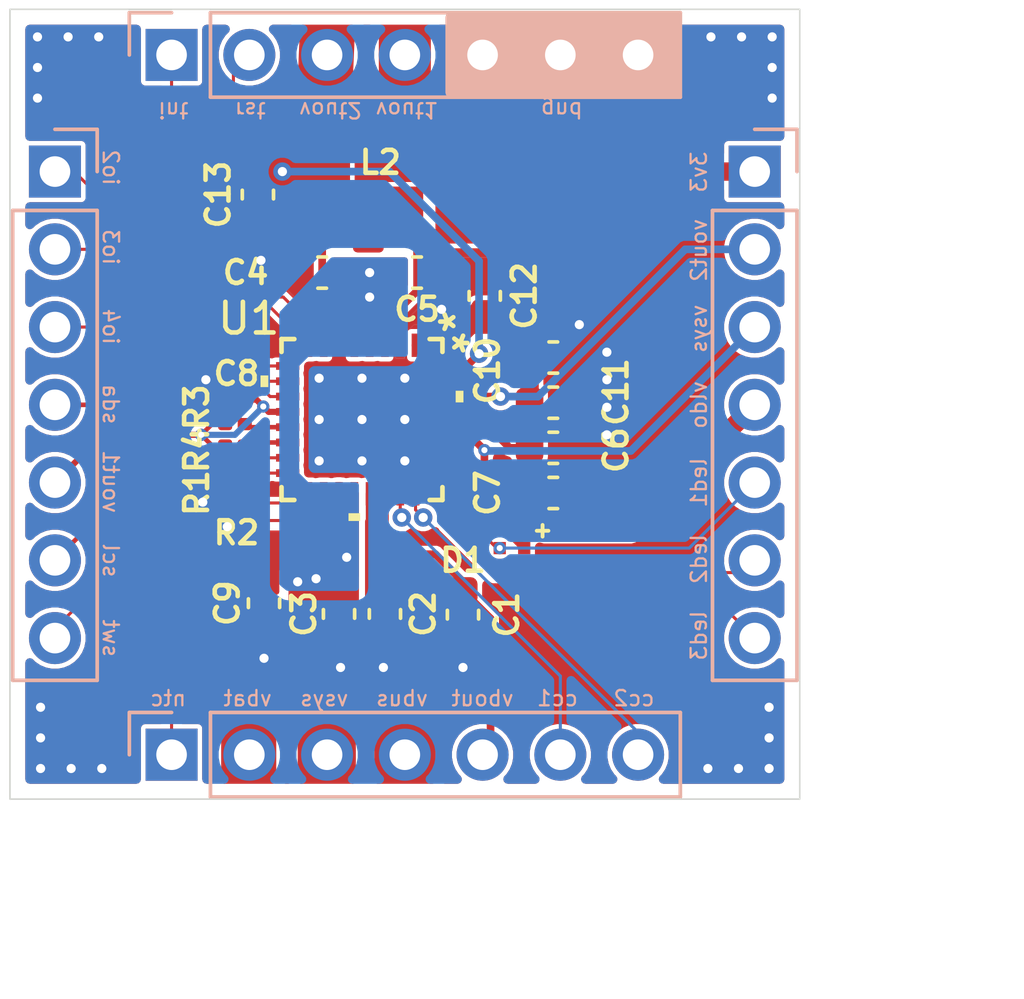
<source format=kicad_pcb>
(kicad_pcb (version 20241229) (generator "pcbnew") (generator_version "9.0")
  (layers (0 "F.Cu" signal) (2 "B.Cu" signal) (13 "F.Paste" user) (15 "B.Paste" user) (5 "F.SilkS" user "F.Silkscreen") (7 "B.SilkS" user "B.Silkscreen") (1 "F.Mask" user) (3 "B.Mask" user) (25 "Edge.Cuts" user))
  (net 0 "")
  (net 1 "GND")
  (net 2 "/VBUSOUT")
  (net 3 "/VSYS")
  (net 4 "/VOUT1")
  (net 5 "/VOUT2")
  (net 6 "/rst")
  (net 7 "/SWT")
  (net 8 "VBUS")
  (net 9 "/VLDO")
  (net 10 "/VBAT")
  (net 11 "/int")
  (net 12 "/NTC")
  (net 13 "/V2OUT_3V3")
  (net 14 "/GPIO2")
  (net 15 "/GPIO3")
  (net 16 "/GPIO4")
  (net 17 "/SDA")
  (net 18 "/SCL")
  (net 19 "/cc1")
  (net 20 "/cc2")
  (net 21 "/led3")
  (net 22 "/led2")
  (net 23 "/led1")
  (net 24 "/SW1")
  (net 25 "/SW2")
  (net 26 "Net-(U1-VSET2)")
  (net 27 "Net-(U1-VSET1)")
  (footprint "Capacitor_SMD:C_0201_0603Metric" (layer "F.Cu") (at 54.2 50.55 180)
    (property "Reference" "C8" (at 0 0.85 180) (layer "F.SilkS") (effects (font (size 0.75 0.75))))
    (property "Value" "100nF" (hide yes))
    (pad "1" smd roundrect (at -0.32 0 180) (size 0.46 0.4) (layers "F.Cu" "F.Mask") (net 4 "/VOUT1"))
    (pad "2" smd roundrect (at 0.32 0 180) (size 0.46 0.4) (layers "F.Cu" "F.Mask") (net 1 "GND"))
  )
  (footprint "Capacitor_SMD:C_0603_1608Metric" (layer "F.Cu") (at 60.1 46.4)
    (property "Reference" "C5" (at 0 1.2 180) (layer "F.SilkS") (effects (font (size 0.75 0.75))))
    (property "Value" "10uF" (hide yes))
    (fp_line (start -0.14058 -0.51) (end 0.14058 -0.51) (stroke (width 0.12)) (layer "F.SilkS"))
    (fp_line (start -0.14058 0.51) (end 0.14058 0.51) (stroke (width 0.12)) (layer "F.SilkS"))
    (pad "1" smd roundrect (at -0.775 0) (size 0.9 0.95) (layers "F.Cu" "F.Mask" "F.Paste") (net 3 "/VSYS"))
    (pad "2" smd roundrect (at 0.775 0) (size 0.9 0.95) (layers "F.Cu" "F.Mask" "F.Paste") (net 1 "GND"))
  )
  (footprint "Capacitor_SMD:C_0603_1608Metric" (layer "F.Cu") (at 64.55 52.125)
    (property "Reference" "C6" (at 2.05 0.075 90) (layer "F.SilkS") (effects (font (size 0.75 0.75))))
    (property "Value" "10uF" (hide yes))
    (fp_line (start -0.14058 -0.51) (end 0.14058 -0.51) (stroke (width 0.12)) (layer "F.SilkS"))
    (fp_line (start -0.14058 0.51) (end 0.14058 0.51) (stroke (width 0.12)) (layer "F.SilkS"))
    (pad "1" smd roundrect (at -0.775 0) (size 0.9 0.95) (layers "F.Cu" "F.Mask" "F.Paste") (net 9 "/VLDO"))
    (pad "2" smd roundrect (at 0.775 0) (size 0.9 0.95) (layers "F.Cu" "F.Mask" "F.Paste") (net 1 "GND"))
  )
  (footprint "npm1300:QFN32_5X5_NOR" (layer "F.Cu") (at 58.3 51.2 -90)
    (property "Reference" "U1" (at -3.3 3.7 0) (layer "F.SilkS"))
    (property "Value" "NPM1300-QEAA-R7" (hide yes))
    (fp_line (start -2.6289 2.6289) (end -2.209739 2.6289) (stroke (width 0.1524)) (layer "F.SilkS"))
    (fp_line (start 2.209739 2.6289) (end 2.6289 2.6289) (stroke (width 0.1524)) (layer "F.SilkS"))
    (fp_line (start 2.6289 2.6289) (end 2.6289 2.209739) (stroke (width 0.1524)) (layer "F.SilkS"))
    (fp_line (start -2.6289 2.209739) (end -2.6289 2.6289) (stroke (width 0.1524)) (layer "F.SilkS"))
    (fp_line (start 2.6289 -2.209739) (end 2.6289 -2.6289) (stroke (width 0.1524)) (layer "F.SilkS"))
    (fp_line (start -2.6289 -2.6289) (end -2.6289 -2.209739) (stroke (width 0.1524)) (layer "F.SilkS"))
    (fp_line (start -2.209739 -2.6289) (end -2.6289 -2.6289) (stroke (width 0.1524)) (layer "F.SilkS"))
    (fp_line (start 2.6289 -2.6289) (end 2.209739 -2.6289) (stroke (width 0.1524)) (layer "F.SilkS"))
    (fp_poly (pts (xy -1.4405 3.0607) (xy -1.4405 3.3147) (xy -1.0595 3.3147) (xy -1.0595 3.0607)) (fill yes) (layer "F.SilkS"))
    (fp_poly (pts (xy 3.3147 0.059499) (xy 3.3147 0.4405) (xy 3.0607 0.4405) (xy 3.0607 0.059499)) (fill yes) (layer "F.SilkS"))
    (fp_poly (pts (xy -0.940501 -3.0607) (xy -0.940501 -3.3147) (xy -0.559501 -3.3147) (xy -0.559501 -3.0607)) (fill yes) (layer "F.SilkS"))
    (fp_text user "*" (at -3.2 -3.1 90) (layer "F.SilkS"))
    (fp_text user "*" (at -2.5 -2.9 270) (layer "F.SilkS"))
    (pad "1" smd rect (at -2.4257 -1.749999) (size 0.254 0.762) (layers "F.Cu" "F.Mask" "F.Paste") (net 4 "/VOUT1"))
    (pad "2" smd rect (at -2.4257 -1.25) (size 0.254 0.762) (layers "F.Cu" "F.Mask" "F.Paste") (net 1 "GND"))
    (pad "3" smd rect (at -2.4257 -0.750001) (size 0.254 0.762) (layers "F.Cu" "F.Mask" "F.Paste") (net 24 "/SW1"))
    (pad "4" smd rect (at -2.4257 -0.25) (size 0.254 0.762) (layers "F.Cu" "F.Mask" "F.Paste") (net 3 "/VSYS"))
    (pad "5" smd rect (at -2.4257 0.25) (size 0.254 0.762) (layers "F.Cu" "F.Mask" "F.Paste") (net 25 "/SW2"))
    (pad "6" smd rect (at -2.4257 0.750001) (size 0.254 0.762) (layers "F.Cu" "F.Mask" "F.Paste") (net 1 "GND"))
    (pad "7" smd rect (at -2.4257 1.25) (size 0.254 0.762) (layers "F.Cu" "F.Mask" "F.Paste") (net 6 "/rst"))
    (pad "8" smd rect (at -2.4257 1.749999) (size 0.254 0.762) (layers "F.Cu" "F.Mask" "F.Paste") (net 11 "/int"))
    (pad "9" smd rect (at -1.749999 2.4257 270) (size 0.254 0.762) (layers "F.Cu" "F.Mask" "F.Paste") (net 14 "/GPIO2"))
    (pad "10" smd rect (at -1.25 2.4257 270) (size 0.254 0.762) (layers "F.Cu" "F.Mask" "F.Paste") (net 15 "/GPIO3"))
    (pad "11" smd rect (at -0.750001 2.4257 270) (size 0.254 0.762) (layers "F.Cu" "F.Mask" "F.Paste") (net 16 "/GPIO4"))
    (pad "12" smd rect (at -0.25 2.4257 270) (size 0.254 0.762) (layers "F.Cu" "F.Mask" "F.Paste") (net 4 "/VOUT1"))
    (pad "13" smd rect (at 0.25 2.4257 270) (size 0.254 0.762) (layers "F.Cu" "F.Mask" "F.Paste") (net 17 "/SDA"))
    (pad "14" smd rect (at 0.750001 2.4257 270) (size 0.254 0.762) (layers "F.Cu" "F.Mask" "F.Paste") (net 18 "/SCL"))
    (pad "15" smd rect (at 1.25 2.4257 270) (size 0.254 0.762) (layers "F.Cu" "F.Mask" "F.Paste") (net 7 "/SWT"))
    (pad "16" smd rect (at 1.749999 2.4257 270) (size 0.254 0.762) (layers "F.Cu" "F.Mask" "F.Paste") (net 26 "Net-(U1-VSET2)"))
    (pad "17" smd rect (at 2.4257 1.749999) (size 0.254 0.762) (layers "F.Cu" "F.Mask" "F.Paste") (net 27 "Net-(U1-VSET1)"))
    (pad "18" smd rect (at 2.4257 1.25) (size 0.254 0.762) (layers "F.Cu" "F.Mask" "F.Paste") (net 12 "/NTC"))
    (pad "19" smd rect (at 2.4257 0.750001) (size 0.254 0.762) (layers "F.Cu" "F.Mask" "F.Paste") (net 10 "/VBAT"))
    (pad "20" smd rect (at 2.4257 0.25) (size 0.254 0.762) (layers "F.Cu" "F.Mask" "F.Paste") (net 3 "/VSYS"))
    (pad "21" smd rect (at 2.4257 -0.25) (size 0.254 0.762) (layers "F.Cu" "F.Mask" "F.Paste") (net 8 "VBUS"))
    (pad "22" smd rect (at 2.4257 -0.750001) (size 0.254 0.762) (layers "F.Cu" "F.Mask" "F.Paste") (net 2 "/VBUSOUT"))
    (pad "23" smd rect (at 2.4257 -1.25) (size 0.254 0.762) (layers "F.Cu" "F.Mask" "F.Paste") (net 19 "/cc1"))
    (pad "24" smd rect (at 2.4257 -1.749999) (size 0.254 0.762) (layers "F.Cu" "F.Mask" "F.Paste") (net 20 "/cc2"))
    (pad "25" smd rect (at 1.749999 -2.4257 270) (size 0.254 0.762) (layers "F.Cu" "F.Mask" "F.Paste") (net 21 "/led3"))
    (pad "26" smd rect (at 1.25 -2.4257 270) (size 0.254 0.762) (layers "F.Cu" "F.Mask" "F.Paste") (net 22 "/led2"))
    (pad "27" smd rect (at 0.750001 -2.4257 270) (size 0.254 0.762) (layers "F.Cu" "F.Mask" "F.Paste") (net 23 "/led1"))
    (pad "28" smd rect (at 0.25 -2.4257 270) (size 0.254 0.762) (layers "F.Cu" "F.Mask" "F.Paste") (net 3 "/VSYS"))
    (pad "29" smd rect (at -0.25 -2.4257 270) (size 0.254 0.762) (layers "F.Cu" "F.Mask" "F.Paste") (net 9 "/VLDO"))
    (pad "30" smd rect (at -0.750001 -2.4257 270) (size 0.254 0.762) (layers "F.Cu" "F.Mask" "F.Paste") (net 5 "/VOUT2"))
    (pad "31" smd rect (at -1.25 -2.4257 270) (size 0.254 0.762) (layers "F.Cu" "F.Mask" "F.Paste") (net 13 "/V2OUT_3V3"))
    (pad "32" smd rect (at -1.749999 -2.4257 270) (size 0.254 0.762) (layers "F.Cu" "F.Mask" "F.Paste") (net 5 "/VOUT2"))
    (pad "33" smd rect (at 0 0 270) (size 3.6068 3.6068) (layers "F.Cu" "F.Mask" "F.Paste") (net 1 "GND"))
  )
  (footprint "Capacitor_SMD:C_0603_1608Metric" (layer "F.Cu") (at 57.55 57.5507 -90)
    (property "Reference" "C3" (at 0 1.15 90) (layer "F.SilkS") (effects (font (size 0.75 0.75))))
    (property "Value" "10uF" (hide yes))
    (fp_line (start -0.14058 0.51) (end 0.14058 0.51) (stroke (width 0.12)) (layer "F.SilkS"))
    (fp_line (start -0.14058 -0.51) (end 0.14058 -0.51) (stroke (width 0.12)) (layer "F.SilkS"))
    (pad "1" smd roundrect (at -0.775 0 270) (size 0.9 0.95) (layers "F.Cu" "F.Mask" "F.Paste") (net 3 "/VSYS"))
    (pad "2" smd roundrect (at 0.775 0 270) (size 0.9 0.95) (layers "F.Cu" "F.Mask" "F.Paste") (net 1 "GND"))
  )
  (footprint "Capacitor_SMD:C_0603_1608Metric" (layer "F.Cu") (at 64.55 50.65)
    (property "Reference" "C11" (at 2.05 -0.35 270) (layer "F.SilkS") (effects (font (size 0.75 0.75))))
    (property "Value" "10uF" (hide yes))
    (fp_line (start -0.14058 -0.51) (end 0.14058 -0.51) (stroke (width 0.12)) (layer "F.SilkS"))
    (fp_line (start -0.14058 0.51) (end 0.14058 0.51) (stroke (width 0.12)) (layer "F.SilkS"))
    (pad "1" smd roundrect (at -0.775 0) (size 0.9 0.95) (layers "F.Cu" "F.Mask" "F.Paste") (net 13 "/V2OUT_3V3"))
    (pad "2" smd roundrect (at 0.775 0) (size 0.9 0.95) (layers "F.Cu" "F.Mask" "F.Paste") (net 1 "GND"))
  )
  (footprint "Resistor_SMD:R_0201_0603Metric" (layer "F.Cu") (at 54.15 51.35)
    (property "Reference" "R3" (at -1.25 -0.55 90) (layer "F.SilkS") (effects (font (size 0.75 0.75))))
    (property "Value" "10k" (hide yes))
    (pad "1" smd roundrect (at -0.32 0) (size 0.46 0.4) (layers "F.Cu" "F.Mask") (net 4 "/VOUT1"))
    (pad "2" smd roundrect (at 0.32 0) (size 0.46 0.4) (layers "F.Cu" "F.Mask") (net 17 "/SDA"))
  )
  (footprint "Capacitor_SMD:C_0603_1608Metric" (layer "F.Cu") (at 64.55 53.6)
    (property "Reference" "C7" (at -2.15 0 90) (layer "F.SilkS") (effects (font (size 0.75 0.75))))
    (property "Value" "10uF" (hide yes))
    (fp_line (start -0.14058 -0.51) (end 0.14058 -0.51) (stroke (width 0.12)) (layer "F.SilkS"))
    (fp_line (start -0.14058 0.51) (end 0.14058 0.51) (stroke (width 0.12)) (layer "F.SilkS"))
    (pad "1" smd roundrect (at -0.775 0) (size 0.9 0.95) (layers "F.Cu" "F.Mask" "F.Paste") (net 9 "/VLDO"))
    (pad "2" smd roundrect (at 0.775 0) (size 0.9 0.95) (layers "F.Cu" "F.Mask" "F.Paste") (net 1 "GND"))
  )
  (footprint "Capacitor_SMD:C_0603_1608Metric" (layer "F.Cu") (at 57 46.4 180)
    (property "Reference" "C4" (at 2.5 0 0) (layer "F.SilkS") (effects (font (size 0.75 0.75))))
    (property "Value" "10uF" (hide yes))
    (fp_line (start -0.14058 0.51) (end 0.14058 0.51) (stroke (width 0.12)) (layer "F.SilkS"))
    (fp_line (start -0.14058 -0.51) (end 0.14058 -0.51) (stroke (width 0.12)) (layer "F.SilkS"))
    (pad "1" smd roundrect (at -0.775 0 180) (size 0.9 0.95) (layers "F.Cu" "F.Mask" "F.Paste") (net 3 "/VSYS"))
    (pad "2" smd roundrect (at 0.775 0 180) (size 0.9 0.95) (layers "F.Cu" "F.Mask" "F.Paste") (net 1 "GND"))
  )
  (footprint "Capacitor_SMD:C_0603_1608Metric" (layer "F.Cu") (at 59.05 57.5507 -90)
    (property "Reference" "C2" (at 0 -1.25 90) (layer "F.SilkS") (effects (font (size 0.75 0.75))))
    (property "Value" "1uF")
    (fp_line (start -0.14058 0.51) (end 0.14058 0.51) (stroke (width 0.12)) (layer "F.SilkS"))
    (fp_line (start -0.14058 -0.51) (end 0.14058 -0.51) (stroke (width 0.12)) (layer "F.SilkS"))
    (pad "1" smd roundrect (at -0.775 0 270) (size 0.9 0.95) (layers "F.Cu" "F.Mask" "F.Paste") (net 8 "VBUS"))
    (pad "2" smd roundrect (at 0.775 0 270) (size 0.9 0.95) (layers "F.Cu" "F.Mask" "F.Paste") (net 1 "GND"))
  )
  (footprint "Resistor_SMD:R_0201_0603Metric" (layer "F.Cu") (at 54.18 53.2257)
    (property "Reference" "R1" (at -1.28 0.3743 90) (layer "F.SilkS") (effects (font (size 0.75 0.75))))
    (property "Value" "500k" (hide yes))
    (pad "1" smd roundrect (at -0.32 0) (size 0.46 0.4) (layers "F.Cu" "F.Mask") (net 1 "GND"))
    (pad "2" smd roundrect (at 0.32 0) (size 0.46 0.4) (layers "F.Cu" "F.Mask") (net 26 "Net-(U1-VSET2)"))
  )
  (footprint "Resistor_SMD:R_0201_0603Metric" (layer "F.Cu") (at 54.18 53.9257 180)
    (property "Reference" "R2" (at -0.02 -0.9743 0) (layer "F.SilkS") (effects (font (size 0.75 0.75))))
    (property "Value" "47k" (hide yes))
    (pad "1" smd roundrect (at -0.32 0 180) (size 0.46 0.4) (layers "F.Cu" "F.Mask") (net 27 "Net-(U1-VSET1)"))
    (pad "2" smd roundrect (at 0.32 0 180) (size 0.46 0.4) (layers "F.Cu" "F.Mask") (net 1 "GND"))
  )
  (footprint "150044M155260:150044M155260" (layer "F.Cu") (at 63.2 55.8 180)
    (property "Reference" "D1" (at 1.6 0 0) (layer "F.SilkS") (effects (font (size 0.75 0.75))))
    (property "Value" "150044M155260" (hide yes))
    (fp_text user "+" (at -1 1 0) (layer "F.SilkS") (effects (font (size 0.5 0.5) (thickness 0.125))))
    (pad "1" smd rect (at -0.4 0.4 180) (size 0.4 0.4) (layers "F.Cu" "F.Mask" "F.Paste") (net 3 "/VSYS"))
    (pad "2" smd rect (at -0.4 -0.4 180) (size 0.4 0.4) (layers "F.Cu" "F.Mask" "F.Paste") (net 22 "/led2"))
    (pad "3" smd rect (at 0.4 -0.4 180) (size 0.4 0.4) (layers "F.Cu" "F.Mask" "F.Paste") (net 21 "/led3"))
    (pad "4" smd rect (at 0.4 0.4 180) (size 0.4 0.4) (layers "F.Cu" "F.Mask" "F.Paste") (net 23 "/led1"))
  )
  (footprint "Capacitor_SMD:C_0603_1608Metric" (layer "F.Cu") (at 62.31 47.16 90)
    (property "Reference" "C12" (at 0 1.29 90) (layer "F.SilkS") (effects (font (size 0.75 0.75))))
    (property "Value" "10uF" (hide yes))
    (fp_line (start -0.14058 -0.51) (end 0.14058 -0.51) (stroke (width 0.12)) (layer "F.SilkS"))
    (fp_line (start -0.14058 0.51) (end 0.14058 0.51) (stroke (width 0.12)) (layer "F.SilkS"))
    (pad "1" smd roundrect (at -0.775 0 90) (size 0.9 0.95) (layers "F.Cu" "F.Mask" "F.Paste") (net 4 "/VOUT1"))
    (pad "2" smd roundrect (at 0.775 0 90) (size 0.9 0.95) (layers "F.Cu" "F.Mask" "F.Paste") (net 1 "GND"))
  )
  (footprint "inductor_0806:INDC2016X100N" (layer "F.Cu") (at 60.56 44.5007 180)
    (property "Reference" "L1" (hide yes))
    (property "Value" "2.2uH" (hide yes))
    (pad "1" smd rect (at -0.86 0 180) (size 1.2 1.82) (layers "F.Cu" "F.Mask" "F.Paste") (net 4 "/VOUT1"))
    (pad "2" smd rect (at 0.86 0 180) (size 1.2 1.82) (layers "F.Cu" "F.Mask" "F.Paste") (net 24 "/SW1"))
  )
  (footprint "Capacitor_SMD:C_0603_1608Metric" (layer "F.Cu") (at 54.9 43.8507 -90)
    (property "Reference" "C13" (at 0 1.3 90) (layer "F.SilkS") (effects (font (size 0.75 0.75))))
    (property "Value" "10uF" (hide yes))
    (fp_line (start -0.14058 0.51) (end 0.14058 0.51) (stroke (width 0.12)) (layer "F.SilkS"))
    (fp_line (start -0.14058 -0.51) (end 0.14058 -0.51) (stroke (width 0.12)) (layer "F.SilkS"))
    (pad "1" smd roundrect (at -0.775 0 270) (size 0.9 0.95) (layers "F.Cu" "F.Mask" "F.Paste") (net 5 "/VOUT2"))
    (pad "2" smd roundrect (at 0.775 0 270) (size 0.9 0.95) (layers "F.Cu" "F.Mask" "F.Paste") (net 1 "GND"))
  )
  (footprint "Capacitor_SMD:C_0603_1608Metric" (layer "F.Cu") (at 55.1 57.2 -90)
    (property "Reference" "C9" (at 0 1.2 270) (layer "F.SilkS") (effects (font (size 0.75 0.75))))
    (property "Value" "2.2uF" (hide yes))
    (fp_line (start -0.14058 0.51) (end 0.14058 0.51) (stroke (width 0.12)) (layer "F.SilkS"))
    (fp_line (start -0.14058 -0.51) (end 0.14058 -0.51) (stroke (width 0.12)) (layer "F.SilkS"))
    (pad "1" smd roundrect (at -0.775 0 270) (size 0.9 0.95) (layers "F.Cu" "F.Mask" "F.Paste") (net 10 "/VBAT"))
    (pad "2" smd roundrect (at 0.775 0 270) (size 0.9 0.95) (layers "F.Cu" "F.Mask" "F.Paste") (net 1 "GND"))
  )
  (footprint "Capacitor_SMD:C_0603_1608Metric" (layer "F.Cu") (at 64.55 49.175)
    (property "Reference" "C10" (at -2.15 0.425 90) (layer "F.SilkS") (effects (font (size 0.75 0.75))))
    (property "Value" "10uF" (hide yes))
    (fp_line (start -0.14058 -0.51) (end 0.14058 -0.51) (stroke (width 0.12)) (layer "F.SilkS"))
    (fp_line (start -0.14058 0.51) (end 0.14058 0.51) (stroke (width 0.12)) (layer "F.SilkS"))
    (pad "1" smd roundrect (at -0.775 0) (size 0.9 0.95) (layers "F.Cu" "F.Mask" "F.Paste") (net 13 "/V2OUT_3V3"))
    (pad "2" smd roundrect (at 0.775 0) (size 0.9 0.95) (layers "F.Cu" "F.Mask" "F.Paste") (net 1 "GND"))
  )
  (footprint "Resistor_SMD:R_0201_0603Metric" (layer "F.Cu") (at 54.15 52.05)
    (property "Reference" "R4" (at -1.25 0.15 90) (layer "F.SilkS") (effects (font (size 0.75 0.75))))
    (property "Value" "10k" (hide yes))
    (pad "1" smd roundrect (at -0.32 0) (size 0.46 0.4) (layers "F.Cu" "F.Mask") (net 4 "/VOUT1"))
    (pad "2" smd roundrect (at 0.32 0) (size 0.46 0.4) (layers "F.Cu" "F.Mask") (net 18 "/SCL"))
  )
  (footprint "inductor_0806:INDC2016X100N" (layer "F.Cu") (at 57 43.96 -90)
    (property "Reference" "L2" (at -1.16 -1.9 0) (layer "F.SilkS") (effects (font (size 0.75 0.75))))
    (property "Value" "2.2uH")
    (pad "1" smd rect (at -0.86 0 270) (size 1.2 1.82) (layers "F.Cu" "F.Mask" "F.Paste") (net 5 "/VOUT2"))
    (pad "2" smd rect (at 0.86 0 270) (size 1.2 1.82) (layers "F.Cu" "F.Mask" "F.Paste") (net 25 "/SW2"))
  )
  (footprint "Capacitor_SMD:C_0603_1608Metric" (layer "F.Cu") (at 61.6 57.575 -90)
    (property "Reference" "C1" (at 0 -1.43 90) (layer "F.SilkS") (effects (font (size 0.75 0.75))))
    (property "Value" "1uF" (hide yes))
    (fp_line (start -0.14058 0.51) (end 0.14058 0.51) (stroke (width 0.12)) (layer "F.SilkS"))
    (fp_line (start -0.14058 -0.51) (end 0.14058 -0.51) (stroke (width 0.12)) (layer "F.SilkS"))
    (pad "1" smd roundrect (at -0.775 0 270) (size 0.9 0.95) (layers "F.Cu" "F.Mask" "F.Paste") (net 2 "/VBUSOUT"))
    (pad "2" smd roundrect (at 0.775 0 270) (size 0.9 0.95) (layers "F.Cu" "F.Mask" "F.Paste") (net 1 "GND"))
  )
  (footprint "Connector_PinHeader_2.54mm:PinHeader_1x07_P2.54mm_Vertical" (layer "B.Cu") (at 71.13 43.1 180)
    (property "Reference" "J2" (hide yes))
    (property "Value" "Conn_01x07_Pin" (hide yes))
    (fp_line (start 1.38 -1.27) (end 1.38 -16.62) (stroke (width 0.12)) (layer "B.SilkS"))
    (fp_line (start -1.38 1.38) (end 0 1.38) (stroke (width 0.12)) (layer "B.SilkS"))
    (fp_line (start -1.38 0) (end -1.38 1.38) (stroke (width 0.12)) (layer "B.SilkS"))
    (fp_line (start -1.38 -1.27) (end 1.38 -1.27) (stroke (width 0.12)) (layer "B.SilkS"))
    (fp_line (start -1.38 -1.27) (end -1.38 -16.62) (stroke (width 0.12)) (layer "B.SilkS"))
    (fp_line (start -1.38 -16.62) (end 1.38 -16.62) (stroke (width 0.12)) (layer "B.SilkS"))
    (pad "1" thru_hole rect (at 0 0 180) (size 1.7 1.7) (drill 1) (layers "*.Cu" "*.Mask") (net 13 "/V2OUT_3V3"))
    (pad "2" thru_hole circle (at 0 -2.54 180) (size 1.7 1.7) (drill 1) (layers "*.Cu" "*.Mask") (net 5 "/VOUT2"))
    (pad "3" thru_hole circle (at 0 -5.08 180) (size 1.7 1.7) (drill 1) (layers "*.Cu" "*.Mask") (net 3 "/VSYS"))
    (pad "4" thru_hole circle (at 0 -7.62 180) (size 1.7 1.7) (drill 1) (layers "*.Cu" "*.Mask") (net 9 "/VLDO"))
    (pad "5" thru_hole circle (at 0 -10.16 180) (size 1.7 1.7) (drill 1) (layers "*.Cu" "*.Mask") (net 23 "/led1"))
    (pad "6" thru_hole circle (at 0 -12.7 180) (size 1.7 1.7) (drill 1) (layers "*.Cu" "*.Mask") (net 22 "/led2"))
    (pad "7" thru_hole circle (at 0 -15.24 180) (size 1.7 1.7) (drill 1) (layers "*.Cu" "*.Mask") (net 21 "/led3"))
  )
  (footprint "Connector_PinHeader_2.54mm:PinHeader_1x07_P2.54mm_Vertical" (layer "B.Cu") (at 52.08 62.15 -90)
    (property "Reference" "J4" (hide yes))
    (property "Value" "Conn_01x07_Pin" (hide yes))
    (fp_line (start -1.38 1.38) (end 0 1.38) (stroke (width 0.12)) (layer "B.SilkS"))
    (fp_line (start -1.38 0) (end -1.38 1.38) (stroke (width 0.12)) (layer "B.SilkS"))
    (fp_line (start -1.38 -1.27) (end 1.38 -1.27) (stroke (width 0.12)) (layer "B.SilkS"))
    (fp_line (start -1.38 -1.27) (end -1.38 -16.62) (stroke (width 0.12)) (layer "B.SilkS"))
    (fp_line (start 1.38 -1.27) (end 1.38 -16.62) (stroke (width 0.12)) (layer "B.SilkS"))
    (fp_line (start -1.38 -16.62) (end 1.38 -16.62) (stroke (width 0.12)) (layer "B.SilkS"))
    (pad "1" thru_hole rect (at 0 0 270) (size 1.7 1.7) (drill 1) (layers "*.Cu" "*.Mask") (net 12 "/NTC"))
    (pad "2" thru_hole circle (at 0 -2.54 270) (size 1.7 1.7) (drill 1) (layers "*.Cu" "*.Mask") (net 10 "/VBAT"))
    (pad "3" thru_hole circle (at 0 -5.08 270) (size 1.7 1.7) (drill 1) (layers "*.Cu" "*.Mask") (net 3 "/VSYS"))
    (pad "4" thru_hole circle (at 0 -7.62 270) (size 1.7 1.7) (drill 1) (layers "*.Cu" "*.Mask") (net 8 "VBUS"))
    (pad "5" thru_hole circle (at 0 -10.16 270) (size 1.7 1.7) (drill 1) (layers "*.Cu" "*.Mask") (net 2 "/VBUSOUT"))
    (pad "6" thru_hole circle (at 0 -12.7 270) (size 1.7 1.7) (drill 1) (layers "*.Cu" "*.Mask") (net 19 "/cc1"))
    (pad "7" thru_hole circle (at 0 -15.24 270) (size 1.7 1.7) (drill 1) (layers "*.Cu" "*.Mask") (net 20 "/cc2"))
  )
  (footprint "Connector_PinHeader_2.54mm:PinHeader_1x07_P2.54mm_Vertical" (layer "B.Cu") (at 48.27 43.1 180)
    (property "Reference" "J1" (hide yes))
    (property "Value" "Conn_01x07_Pin" (hide yes))
    (fp_line (start 1.38 -1.27) (end 1.38 -16.62) (stroke (width 0.12)) (layer "B.SilkS"))
    (fp_line (start -1.38 1.38) (end 0 1.38) (stroke (width 0.12)) (layer "B.SilkS"))
    (fp_line (start -1.38 0) (end -1.38 1.38) (stroke (width 0.12)) (layer "B.SilkS"))
    (fp_line (start -1.38 -1.27) (end 1.38 -1.27) (stroke (width 0.12)) (layer "B.SilkS"))
    (fp_line (start -1.38 -1.27) (end -1.38 -16.62) (stroke (width 0.12)) (layer "B.SilkS"))
    (fp_line (start -1.38 -16.62) (end 1.38 -16.62) (stroke (width 0.12)) (layer "B.SilkS"))
    (pad "1" thru_hole rect (at 0 0 180) (size 1.7 1.7) (drill 1) (layers "*.Cu" "*.Mask") (net 14 "/GPIO2"))
    (pad "2" thru_hole circle (at 0 -2.54 180) (size 1.7 1.7) (drill 1) (layers "*.Cu" "*.Mask") (net 15 "/GPIO3"))
    (pad "3" thru_hole circle (at 0 -5.08 180) (size 1.7 1.7) (drill 1) (layers "*.Cu" "*.Mask") (net 16 "/GPIO4"))
    (pad "4" thru_hole circle (at 0 -7.62 180) (size 1.7 1.7) (drill 1) (layers "*.Cu" "*.Mask") (net 17 "/SDA"))
    (pad "5" thru_hole circle (at 0 -10.16 180) (size 1.7 1.7) (drill 1) (layers "*.Cu" "*.Mask") (net 4 "/VOUT1"))
    (pad "6" thru_hole circle (at 0 -12.7 180) (size 1.7 1.7) (drill 1) (layers "*.Cu" "*.Mask") (net 18 "/SCL"))
    (pad "7" thru_hole circle (at 0 -15.24 180) (size 1.7 1.7) (drill 1) (layers "*.Cu" "*.Mask") (net 7 "/SWT"))
  )
  (footprint "Connector_PinHeader_2.54mm:PinHeader_1x07_P2.54mm_Vertical" (layer "B.Cu") (at 52.08 39.29 -90)
    (property "Reference" "J3" (hide yes))
    (property "Value" "Conn_01x07_Pin" (hide yes))
    (fp_line (start -1.38 1.38) (end 0 1.38) (stroke (width 0.12)) (layer "B.SilkS"))
    (fp_line (start -1.38 0) (end -1.38 1.38) (stroke (width 0.12)) (layer "B.SilkS"))
    (fp_line (start -1.38 -1.27) (end 1.38 -1.27) (stroke (width 0.12)) (layer "B.SilkS"))
    (fp_line (start -1.38 -1.27) (end -1.38 -16.62) (stroke (width 0.12)) (layer "B.SilkS"))
    (fp_line (start 1.38 -1.27) (end 1.38 -16.62) (stroke (width 0.12)) (layer "B.SilkS"))
    (fp_line (start -1.38 -16.62) (end 1.38 -16.62) (stroke (width 0.12)) (layer "B.SilkS"))
    (pad "1" thru_hole rect (at 0 0 270) (size 1.7 1.7) (drill 1) (layers "*.Cu" "*.Mask") (net 11 "/int"))
    (pad "2" thru_hole circle (at 0 -2.54 270) (size 1.7 1.7) (drill 1) (layers "*.Cu" "*.Mask") (net 6 "/rst"))
    (pad "3" thru_hole circle (at 0 -5.08 270) (size 1.7 1.7) (drill 1) (layers "*.Cu" "*.Mask") (net 5 "/VOUT2"))
    (pad "4" thru_hole circle (at 0 -7.62 270) (size 1.7 1.7) (drill 1) (layers "*.Cu" "*.Mask") (net 4 "/VOUT1"))
    (pad "5" thru_hole circle (at 0 -10.16 270) (size 1.7 1.7) (drill 1) (layers "*.Cu" "*.Mask") (net 1 "GND"))
    (pad "6" thru_hole circle (at 0 -12.7 270) (size 1.7 1.7) (drill 1) (layers "*.Cu" "*.Mask") (net 1 "GND"))
    (pad "7" thru_hole circle (at 0 -15.24 270) (size 1.7 1.7) (drill 1) (layers "*.Cu" "*.Mask") (net 1 "GND"))
  )
  (gr_rect (start 46.8 37.8) (end 72.6 63.6) (stroke (width 0.05)) (fill no) (layer "Edge.Cuts"))
  (gr_text "vbus" (at 60.5 60.6 0) (layer "B.SilkS") (effects (font (size 0.5 0.5) (thickness 0.075)) (justify left bottom mirror)))
  (gr_text "vbout" (at 63.3 60.6 0) (layer "B.SilkS") (effects (font (size 0.5 0.5) (thickness 0.075)) (justify left bottom mirror)))
  (gr_text "led1" (at 69.6 52.4 90) (layer "B.SilkS") (effects (font (size 0.5 0.5) (thickness 0.075)) (justify left bottom mirror)))
  (gr_text "vsys" (at 69.6 47.4 90) (layer "B.SilkS") (effects (font (size 0.5 0.5) (thickness 0.075)) (justify left bottom mirror)))
  (gr_text "io3" (at 49.8 46.2 270) (layer "B.SilkS") (effects (font (size 0.5 0.5) (thickness 0.075)) (justify left bottom mirror)))
  (gr_text "int" (at 51.6 40.8 180) (layer "B.SilkS") (effects (font (size 0.5 0.5) (thickness 0.075)) (justify left bottom mirror)))
  (gr_text "led2" (at 69.6 54.9 90) (layer "B.SilkS") (effects (font (size 0.5 0.5) (thickness 0.075)) (justify left bottom mirror)))
  (gr_text "vsys" (at 57.9 60.6 0) (layer "B.SilkS") (effects (font (size 0.5 0.5) (thickness 0.075)) (justify left bottom mirror)))
  (gr_text "vout1" (at 58.7 40.8 180) (layer "B.SilkS") (effects (font (size 0.5 0.5) (thickness 0.075)) (justify left bottom mirror)))
  (gr_text "vout2" (at 56.2 40.8 180) (layer "B.SilkS") (effects (font (size 0.5 0.5) (thickness 0.075)) (justify left bottom mirror)))
  (gr_text "cc2" (at 67.9 60.6 0) (layer "B.SilkS") (effects (font (size 0.5 0.5) (thickness 0.075)) (justify left bottom mirror)))
  (gr_text "vout2" (at 69.6 44.6 90) (layer "B.SilkS") (effects (font (size 0.5 0.5) (thickness 0.075)) (justify left bottom mirror)))
  (gr_text "scl" (at 49.8 56.4 270) (layer "B.SilkS") (effects (font (size 0.5 0.5) (thickness 0.075)) (justify left bottom mirror)))
  (gr_text "vldo" (at 69.6 49.9 90) (layer "B.SilkS") (effects (font (size 0.5 0.5) (thickness 0.075)) (justify left bottom mirror)))
  (gr_text "led3" (at 69.6 57.4 90) (layer "B.SilkS") (effects (font (size 0.5 0.5) (thickness 0.075)) (justify left bottom mirror)))
  (gr_text "io2" (at 49.8 43.6 270) (layer "B.SilkS") (effects (font (size 0.5 0.5) (thickness 0.075)) (justify left bottom mirror)))
  (gr_text "sda" (at 49.8 51.4 270) (layer "B.SilkS") (effects (font (size 0.5 0.5) (thickness 0.075)) (justify left bottom mirror)))
  (gr_text "vbat" (at 55.4 60.6 0) (layer "B.SilkS") (effects (font (size 0.5 0.5) (thickness 0.075)) (justify left bottom mirror)))
  (gr_text "ntc" (at 52.6 60.6 0) (layer "B.SilkS") (effects (font (size 0.5 0.5) (thickness 0.075)) (justify left bottom mirror)))
  (gr_text "cc1" (at 65.4 60.6 0) (layer "B.SilkS") (effects (font (size 0.5 0.5) (thickness 0.075)) (justify left bottom mirror)))
  (gr_text "swt" (at 49.8 59 270) (layer "B.SilkS") (effects (font (size 0.5 0.5) (thickness 0.075)) (justify left bottom mirror)))
  (gr_text "rst" (at 54.1 40.8 180) (layer "B.SilkS") (effects (font (size 0.5 0.5) (thickness 0.075)) (justify left bottom mirror)))
  (gr_text "gnd" (at 64.1 40.8 180) (layer "B.SilkS") (effects (font (size 0.5 0.5) (thickness 0.075)) (justify left bottom mirror)))
  (gr_text "io4" (at 49.8 48.8 270) (layer "B.SilkS") (effects (font (size 0.5 0.5) (thickness 0.075)) (justify left bottom mirror)))
  (gr_text "vout1" (at 49.8 54.3 270) (layer "B.SilkS") (effects (font (size 0.5 0.5) (thickness 0.075)) (justify left bottom mirror)))
  (gr_text "3v3" (at 69.6 42.4 90) (layer "B.SilkS") (effects (font (size 0.5 0.5) (thickness 0.075)) (justify left bottom mirror)))
  (segment (start 53.855 53.2307) (end 53.86 53.2257) (width 0.2) (layer "F.Cu") (net 1))
  (segment (start 53.855 53.9257) (end 53.855 53.2307) (width 0.2) (layer "F.Cu") (net 1))
  (via (at 55 46) (size 0.6) (drill 0.3) (layers "F.Cu" "B.Cu") (net 1))
  (via (at 71.6 60.6) (size 0.6) (drill 0.3) (layers "F.Cu" "B.Cu") (net 1))
  (via (at 66.3 49.9) (size 0.6) (drill 0.3) (layers "F.Cu" "B.Cu") (net 1))
  (via (at 58.3 52.5507) (size 0.6) (drill 0.3) (layers "F.Cu" "B.Cu") (net 1))
  (via (at 66.3 50.8) (size 0.6) (drill 0.3) (layers "F.Cu" "B.Cu") (net 1))
  (via (at 71.6 62.6) (size 0.6) (drill 0.3) (layers "F.Cu" "B.Cu") (net 1))
  (via (at 47.7 39.7) (size 0.6) (drill 0.3) (layers "F.Cu" "B.Cu") (net 1))
  (via (at 47.8 60.6) (size 0.6) (drill 0.3) (layers "F.Cu" "B.Cu") (net 1))
  (via (at 48.8 62.6) (size 0.6) (drill 0.3) (layers "F.Cu" "B.Cu") (net 1))
  (via (at 47.7 38.7) (size 0.6) (drill 0.3) (layers "F.Cu" "B.Cu") (net 1))
  (via (at 71.7 40.7) (size 0.6) (drill 0.3) (layers "F.Cu" "B.Cu") (net 1))
  (via (at 59.7 52.5507) (size 0.6) (drill 0.3) (layers "F.Cu" "B.Cu") (net 1))
  (via (at 71.7 38.7) (size 0.6) (drill 0.3) (layers "F.Cu" "B.Cu") (net 1))
  (via (at 69.7 38.7) (size 0.6) (drill 0.3) (layers "F.Cu" "B.Cu") (net 1))
  (via (at 59 59.3) (size 0.6) (drill 0.3) (layers "F.Cu" "B.Cu") (net 1))
  (via (at 65.4 48.1) (size 0.6) (drill 0.3) (layers "F.Cu" "B.Cu") (net 1))
  (via (at 66.3 49) (size 0.6) (drill 0.3) (layers "F.Cu" "B.Cu") (net 1))
  (via (at 47.7 40.7) (size 0.6) (drill 0.3) (layers "F.Cu" "B.Cu") (net 1))
  (via (at 59.7 51.2) (size 0.6) (drill 0.3) (layers "F.Cu" "B.Cu") (net 1))
  (via (at 58.3 49.8507) (size 0.6) (drill 0.3) (layers "F.Cu" "B.Cu") (net 1))
  (via (at 58.3 51.2) (size 0.6) (drill 0.3) (layers "F.Cu" "B.Cu") (net 1))
  (via (at 61.6 59.3) (size 0.6) (drill 0.3) (layers "F.Cu" "B.Cu") (net 1))
  (via (at 59.7 49.8507) (size 0.6) (drill 0.3) (layers "F.Cu" "B.Cu") (net 1))
  (via (at 57.6 59.3) (size 0.6) (drill 0.3) (layers "F.Cu" "B.Cu") (net 1))
  (via (at 53.9 54.7) (size 0.6) (drill 0.3) (layers "F.Cu" "B.Cu") (net 1))
  (via (at 53.1 53.9) (size 0.6) (drill 0.3) (layers "F.Cu" "B.Cu") (net 1))
  (via (at 69.6 62.6) (size 0.6) (drill 0.3) (layers "F.Cu" "B.Cu") (net 1))
  (via (at 47.8 61.6) (size 0.6) (drill 0.3) (layers "F.Cu" "B.Cu") (net 1))
  (via (at 56.9 52.5507) (size 0.6) (drill 0.3) (layers "F.Cu" "B.Cu") (net 1))
  (via (at 70.7 38.7) (size 0.6) (drill 0.3) (layers "F.Cu" "B.Cu") (net 1))
  (via (at 53.2 49.9) (size 0.6) (drill 0.3) (layers "F.Cu" "B.Cu") (net 1))
  (via (at 49.8 62.6) (size 0.6) (drill 0.3) (layers "F.Cu" "B.Cu") (net 1))
  (via (at 55.1 59) (size 0.6) (drill 0.3) (layers "F.Cu" "B.Cu") (net 1))
  (via (at 66.3 51.7) (size 0.6) (drill 0.3) (layers "F.Cu" "B.Cu") (net 1))
  (via (at 47.8 62.6) (size 0.6) (drill 0.3) (layers "F.Cu" "B.Cu") (net 1))
  (via (at 56.9 51.2) (size 0.6) (drill 0.3) (layers "F.Cu" "B.Cu") (net 1))
  (via (at 71.6 61.6) (size 0.6) (drill 0.3) (layers "F.Cu" "B.Cu") (net 1))
  (via (at 48.7 38.7) (size 0.6) (drill 0.3) (layers "F.Cu" "B.Cu") (net 1))
  (via (at 71.7 39.7) (size 0.6) (drill 0.3) (layers "F.Cu" "B.Cu") (net 1))
  (via (at 60.9 47.6) (size 0.6) (drill 0.3) (layers "F.Cu" "B.Cu") (net 1))
  (via (at 49.7 38.7) (size 0.6) (drill 0.3) (layers "F.Cu" "B.Cu") (net 1))
  (via (at 56.9 49.8507) (size 0.6) (drill 0.3) (layers "F.Cu" "B.Cu") (net 1))
  (via (at 70.6 62.6) (size 0.6) (drill 0.3) (layers "F.Cu" "B.Cu") (net 1))
  (segment (start 59.050001 53.6257) (end 59.050001 54.750001) (width 0.25) (layer "F.Cu") (net 2))
  (segment (start 62.5 61.89) (end 62.24 62.15) (width 0.25) (layer "F.Cu") (net 2))
  (segment (start 60.7 55.6) (end 61.6 56.5) (width 0.25) (layer "F.Cu") (net 2))
  (segment (start 59.050001 54.750001) (end 59.9 55.6) (width 0.25) (layer "F.Cu") (net 2))
  (segment (start 61.6 56.5) (end 61.6 56.8007) (width 0.25) (layer "F.Cu") (net 2))
  (segment (start 61.6 56.8007) (end 62.5 57.7007) (width 0.25) (layer "F.Cu") (net 2))
  (segment (start 62.5 57.7007) (end 62.5 61.89) (width 0.25) (layer "F.Cu") (net 2))
  (segment (start 59.9 55.6) (end 60.7 55.6) (width 0.25) (layer "F.Cu") (net 2))
  (segment (start 62.3 54.1) (end 62.3 52.2) (width 0.25) (layer "F.Cu") (net 3))
  (segment (start 57.55 56.7757) (end 58.05 56.2757) (width 0.3) (layer "F.Cu") (net 3))
  (segment (start 61.55 51.45) (end 60.7257 51.45) (width 0.25) (layer "F.Cu") (net 3))
  (segment (start 58.55 48.7743) (end 58.55 47.2) (width 0.25) (layer "F.Cu") (net 3))
  (segment (start 62.3 52.2) (end 61.55 51.45) (width 0.25) (layer "F.Cu") (net 3))
  (segment (start 62.3 54.1) (end 63.6 55.4) (width 0.25) (layer "F.Cu") (net 3))
  (segment (start 58.05 56.2757) (end 58.05 53.6257) (width 0.3) (layer "F.Cu") (net 3))
  (via (at 56.8 56.4) (size 0.6) (drill 0.3) (layers "F.Cu" "B.Cu") (net 3))
  (via (at 62.3 52.2) (size 0.4) (drill 0.2) (layers "F.Cu" "B.Cu") (net 3))
  (via (at 58.55 46.4) (size 0.6) (drill 0.3) (layers "F.Cu" "B.Cu") (net 3))
  (via (at 58.55 47.2) (size 0.6) (drill 0.3) (layers "F.Cu" "B.Cu") (net 3))
  (via (at 56.2 56.5) (size 0.6) (drill 0.3) (layers "F.Cu" "B.Cu") (net 3))
  (via (at 57.8 55.7) (size 0.6) (drill 0.3) (layers "F.Cu" "B.Cu") (net 3))
  (segment (start 67.084 52.226) (end 71.13 48.18) (width 0.25) (layer "B.Cu") (net 3))
  (segment (start 62.326 52.226) (end 67.084 52.226) (width 0.25) (layer "B.Cu") (net 3))
  (segment (start 62.3 52.2) (end 62.326 52.226) (width 0.25) (layer "B.Cu") (net 3))
  (segment (start 55.075 50.775) (end 54.85 50.55) (width 0.2) (layer "F.Cu") (net 4))
  (segment (start 53.83 52.05) (end 53.4 52.05) (width 0.15) (layer "F.Cu") (net 4))
  (segment (start 54.85 50.55) (end 54.52 50.55) (width 0.2) (layer "F.Cu") (net 4))
  (segment (start 62.265 47.935) (end 62.31 47.935) (width 0.25) (layer "F.Cu") (net 4))
  (segment (start 55.8743 50.95) (end 55.25 50.95) (width 0.2) (layer "F.Cu") (net 4))
  (segment (start 53.4 51.35) (end 53.05 51.7) (width 0.15) (layer "F.Cu") (net 4))
  (segment (start 60.049999 48.7743) (end 61.4257 48.7743) (width 0.25) (layer "F.Cu") (net 4))
  (segment (start 61.4257 48.7743) (end 62.265 47.935) (width 0.25) (layer "F.Cu") (net 4))
  (segment (start 53.4 52.05) (end 53.05 51.7) (width 0.15) (layer "F.Cu") (net 4))
  (segment (start 49.83 51.7) (end 48.27 53.26) (width 0.2) (layer "F.Cu") (net 4))
  (segment (start 53.83 51.35) (end 53.4 51.35) (width 0.15) (layer "F.Cu") (net 4))
  (segment (start 53.05 51.7) (end 49.83 51.7) (width 0.2) (layer "F.Cu") (net 4))
  (segment (start 55.25 50.95) (end 55.075 50.775) (width 0.2) (layer "F.Cu") (net 4))
  (via (at 53.05 51.7) (size 0.4) (drill 0.2) (layers "F.Cu" "B.Cu") (net 4))
  (via (at 55.075 50.775) (size 0.4) (drill 0.2) (layers "F.Cu" "B.Cu") (net 4))
  (segment (start 55.075 50.775) (end 54.15 51.7) (width 0.2) (layer "B.Cu") (net 4))
  (segment (start 54.15 51.7) (end 53.05 51.7) (width 0.2) (layer "B.Cu") (net 4))
  (segment (start 61.724999 49.450001) (end 62.125 49.05) (width 0.25) (layer "F.Cu") (net 5))
  (segment (start 60.7257 50.449999) (end 62.825 50.45) (width 0.25) (layer "F.Cu") (net 5))
  (segment (start 60.7257 49.450001) (end 61.724999 49.450001) (width 0.25) (layer "F.Cu") (net 5))
  (via (at 62.825 50.45) (size 0.6) (drill 0.3) (layers "F.Cu" "B.Cu") (net 5))
  (via (at 62.125 49.05) (size 0.6) (drill 0.3) (layers "F.Cu" "B.Cu") (net 5))
  (via (at 55.7 43.1) (size 0.6) (drill 0.3) (layers "F.Cu" "B.Cu") (net 5))
  (segment (start 68.86 45.64) (end 71.13 45.64) (width 0.25) (layer "B.Cu") (net 5))
  (segment (start 64.05 50.45) (end 68.86 45.64) (width 0.25) (layer "B.Cu") (net 5))
  (segment (start 62.125 49.05) (end 62.125 46.025) (width 0.25) (layer "B.Cu") (net 5))
  (segment (start 62.125 46.025) (end 59.2 43.1) (width 0.25) (layer "B.Cu") (net 5))
  (segment (start 59.2 43.1) (end 55.7 43.1) (width 0.25) (layer "B.Cu") (net 5))
  (segment (start 62.825 50.45) (end 64.05 50.45) (width 0.25) (layer "B.Cu") (net 5))
  (segment (start 54.1 39.81) (end 54.62 39.29) (width 0.1) (layer "F.Cu") (net 6))
  (segment (start 57.05 48.7743) (end 57.05 48.5203) (width 0.1) (layer "F.Cu") (net 6))
  (segment (start 55.7297 47.2) (end 54.7 47.2) (width 0.1) (layer "F.Cu") (net 6))
  (segment (start 54.1 46.6) (end 54.1 39.81) (width 0.1) (layer "F.Cu") (net 6))
  (segment (start 57.05 48.5203) (end 55.7297 47.2) (width 0.1) (layer "F.Cu") (net 6))
  (segment (start 54.7 47.2) (end 54.1 46.6) (width 0.1) (layer "F.Cu") (net 6))
  (segment (start 55.8743 52.45) (end 55.25 52.45) (width 0.1) (layer "F.Cu") (net 7))
  (segment (start 55 52.7) (end 53.6 52.7) (width 0.1) (layer "F.Cu") (net 7))
  (segment (start 48.27 58.03) (end 48.27 58.34) (width 0.1) (layer "F.Cu") (net 7))
  (segment (start 53.6 52.7) (end 48.27 58.03) (width 0.1) (layer "F.Cu") (net 7))
  (segment (start 55.25 52.45) (end 55 52.7) (width 0.1) (layer "F.Cu") (net 7))
  (segment (start 58.55 56.2757) (end 59.05 56.7757) (width 0.25) (layer "F.Cu") (net 8))
  (segment (start 58.55 53.6257) (end 58.55 56.2757) (width 0.25) (layer "F.Cu") (net 8))
  (segment (start 63.775 54.275) (end 64.3 54.8) (width 0.6) (layer "F.Cu") (net 9))
  (segment (start 63.775 53.6) (end 63.775 54.275) (width 0.6) (layer "F.Cu") (net 9))
  (segment (start 61.95 50.95) (end 63.125 52.125) (width 0.25) (layer "F.Cu") (net 9))
  (segment (start 60.7257 50.95) (end 61.95 50.95) (width 0.25) (layer "F.Cu") (net 9))
  (segment (start 67.05 54.8) (end 71.13 50.72) (width 0.6) (layer "F.Cu") (net 9))
  (segment (start 64.3 54.8) (end 67.05 54.8) (width 0.6) (layer "F.Cu") (net 9))
  (segment (start 63.125 52.125) (end 63.775 52.125) (width 0.25) (layer "F.Cu") (net 9))
  (segment (start 63.775 53.6) (end 63.775 52.125) (width 0.6) (layer "F.Cu") (net 9))
  (segment (start 55.325701 47.55) (end 54.6 47.55) (width 0.1) (layer "F.Cu") (net 11))
  (segment (start 54.6 47.55) (end 52.08 45.03) (width 0.1) (layer "F.Cu") (net 11))
  (segment (start 56.550001 48.7743) (end 55.325701 47.55) (width 0.1) (layer "F.Cu") (net 11))
  (segment (start 52.08 45.03) (end 52.08 39.29) (width 0.1) (layer "F.Cu") (net 11))
  (segment (start 57.05 54.135701) (end 56.685701 54.5) (width 0.1) (layer "F.Cu") (net 12))
  (segment (start 57.05 53.6257) (end 57.05 54.135701) (width 0.1) (layer "F.Cu") (net 12))
  (segment (start 56.685701 54.5) (end 54.8 54.5) (width 0.1) (layer "F.Cu") (net 12))
  (segment (start 52.08 57.22) (end 52.08 62.15) (width 0.1) (layer "F.Cu") (net 12))
  (segment (start 54.8 54.5) (end 52.08 57.22) (width 0.1) (layer "F.Cu") (net 12))
  (segment (start 60.7257 49.95) (end 62.25 49.95) (width 0.25) (layer "F.Cu") (net 13))
  (segment (start 63.775 49.175) (end 63.775 48.525) (width 0.6) (layer "F.Cu") (net 13))
  (segment (start 63.775 49.175) (end 63.775 50.65) (width 0.6) (layer "F.Cu") (net 13))
  (segment (start 63.025 49.175) (end 63.775 49.175) (width 0.25) (layer "F.Cu") (net 13))
  (segment (start 63.775 48.525) (end 69.2 43.1) (width 0.6) (layer "F.Cu") (net 13))
  (segment (start 69.2 43.1) (end 71.13 43.1) (width 0.6) (layer "F.Cu") (net 13))
  (segment (start 62.25 49.95) (end 63.025 49.175) (width 0.25) (layer "F.Cu") (net 13))
  (segment (start 55.250001 49.450001) (end 48.9 43.1) (width 0.1) (layer "F.Cu") (net 14))
  (segment (start 55.8743 49.450001) (end 55.250001 49.450001) (width 0.1) (layer "F.Cu") (net 14))
  (segment (start 48.9 43.1) (end 48.27 43.1) (width 0.1) (layer "F.Cu") (net 14))
  (segment (start 50.94 45.64) (end 48.27 45.64) (width 0.1) (layer "F.Cu") (net 15))
  (segment (start 55.25 49.95) (end 50.94 45.64) (width 0.1) (layer "F.Cu") (net 15))
  (segment (start 55.8743 49.95) (end 55.25 49.95) (width 0.1) (layer "F.Cu") (net 15))
  (segment (start 55.3 50.449999) (end 53.030001 48.18) (width 0.1) (layer "F.Cu") (net 16))
  (segment (start 55.8743 50.449999) (end 55.3 50.449999) (width 0.1) (layer "F.Cu") (net 16))
  (segment (start 53.030001 48.18) (end 48.27 48.18) (width 0.1) (layer "F.Cu") (net 16))
  (segment (start 54.07 50.95) (end 54.47 51.35) (width 0.15) (layer "F.Cu") (net 17))
  (segment (start 48.27 50.72) (end 50.554385 50.72) (width 0.15) (layer "F.Cu") (net 17))
  (segment (start 51.464385 50.11) (end 51.464385 50.46) (width 0.15) (layer "F.Cu") (net 17))
  (segment (start 55.8743 51.45) (end 54.57 51.45) (width 0.15) (layer "F.Cu") (net 17))
  (segment (start 51.854385 50.72) (end 52.3 50.72) (width 0.15) (layer "F.Cu") (net 17))
  (segment (start 52.42 50.72) (end 52.65 50.95) (width 0.15) (layer "F.Cu") (net 17))
  (segment (start 54.57 51.45) (end 54.47 51.35) (width 0.15) (layer "F.Cu") (net 17))
  (segment (start 52.65 50.95) (end 54.07 50.95) (width 0.15) (layer "F.Cu") (net 17))
  (segment (start 51.724385 50.72) (end 51.854385 50.72) (width 0.15) (layer "F.Cu") (net 17))
  (segment (start 51.074385 49.85) (end 51.204385 49.85) (width 0.15) (layer "F.Cu") (net 17))
  (segment (start 50.814385 50.46) (end 50.814385 50.11) (width 0.15) (layer "F.Cu") (net 17))
  (segment (start 52.3 50.72) (end 52.42 50.72) (width 0.15) (layer "F.Cu") (net 17))
  (arc (start 51.204385 49.85) (mid 51.388233 49.926152) (end 51.464385 50.11) (width 0.15) (layer "F.Cu") (net 17))
  (arc (start 50.814385 50.11) (mid 50.890537 49.926152) (end 51.074385 49.85) (width 0.15) (layer "F.Cu") (net 17))
  (arc (start 50.554385 50.72) (mid 50.738233 50.643848) (end 50.814385 50.46) (width 0.15) (layer "F.Cu") (net 17))
  (arc (start 51.464385 50.46) (mid 51.540537 50.643848) (end 51.724385 50.72) (width 0.15) (layer "F.Cu") (net 17))
  (segment (start 55.8743 51.950001) (end 54.569999 51.950001) (width 0.15) (layer "F.Cu") (net 18))
  (segment (start 54.075 52.45) (end 51.62 52.45) (width 0.15) (layer "F.Cu") (net 18))
  (segment (start 54.47 52.055) (end 54.075 52.45) (width 0.15) (layer "F.Cu") (net 18))
  (segment (start 51.62 52.45) (end 48.27 55.8) (width 0.15) (layer "F.Cu") (net 18))
  (segment (start 54.47 52.05) (end 54.47 52.055) (width 0.15) (layer "F.Cu") (net 18))
  (segment (start 54.569999 51.950001) (end 54.47 52.05) (width 0.15) (layer "F.Cu") (net 18))
  (segment (start 59.6 54.324999) (end 59.55 54.274999) (width 0.1) (layer "F.Cu") (net 19))
  (segment (start 59.6 54.4) (end 59.6 54.324999) (width 0.1) (layer "F.Cu") (net 19))
  (segment (start 59.55 54.274999) (end 59.55 53.6257) (width 0.1) (layer "F.Cu") (net 19))
  (via (at 59.6 54.4) (size 0.6) (drill 0.3) (layers "F.Cu" "B.Cu") (net 19))
  (segment (start 64.78 59.58) (end 64.78 62.15) (width 0.1) (layer "B.Cu") (net 19))
  (segment (start 59.6 54.4) (end 64.78 59.58) (width 0.1) (layer "B.Cu") (net 19))
  (segment (start 60.049999 53.6257) (end 60.049999 54.149996) (width 0.1) (layer "F.Cu") (net 20))
  (segment (start 60.049999 54.149996) (end 60.300003 54.4) (width 0.1) (layer "F.Cu") (net 20))
  (via (at 60.300003 54.4) (size 0.6) (drill 0.3) (layers "F.Cu" "B.Cu") (net 20))
  (segment (start 60.300003 54.4) (end 67.32 61.419997) (width 0.1) (layer "B.Cu") (net 20))
  (segment (start 67.32 61.419997) (end 67.32 62.15) (width 0.1) (layer "B.Cu") (net 20))
  (segment (start 63.6 57) (end 69.79 57) (width 0.1) (layer "F.Cu") (net 21))
  (segment (start 62.8 56.2) (end 63.6 57) (width 0.1) (layer "F.Cu") (net 21))
  (segment (start 62.5 56.2) (end 62.8 56.2) (width 0.1) (layer "F.Cu") (net 21))
  (segment (start 60.7257 52.949999) (end 61 53.224299) (width 0.1) (layer "F.Cu") (net 21))
  (segment (start 69.79 57) (end 71.13 58.34) (width 0.1) (layer "F.Cu") (net 21))
  (segment (start 61 53.224299) (end 61 54.7) (width 0.1) (layer "F.Cu") (net 21))
  (segment (start 61 54.7) (end 62.5 56.2) (width 0.1) (layer "F.Cu") (net 21))
  (segment (start 61.05 52.45) (end 61.4 52.8) (width 0.1) (layer "F.Cu") (net 22))
  (segment (start 63.6 56.2) (end 70.73 56.2) (width 0.1) (layer "F.Cu") (net 22))
  (segment (start 61.4 54.65) (end 62.55 55.8) (width 0.1) (layer "F.Cu") (net 22))
  (segment (start 63.2 55.8) (end 63.6 56.2) (width 0.1) (layer "F.Cu") (net 22))
  (segment (start 70.73 56.2) (end 71.13 55.8) (width 0.1) (layer "F.Cu") (net 22))
  (segment (start 62.55 55.8) (end 63.2 55.8) (width 0.1) (layer "F.Cu") (net 22))
  (segment (start 61.4 52.8) (end 61.4 54.65) (width 0.1) (layer "F.Cu") (net 22))
  (segment (start 60.7257 52.45) (end 61.05 52.45) (width 0.1) (layer "F.Cu") (net 22))
  (segment (start 61.8 52.7) (end 61.8 54.5) (width 0.1) (layer "F.Cu") (net 23))
  (segment (start 62.7 55.4) (end 62.8 55.4) (width 0.1) (layer "F.Cu") (net 23))
  (segment (start 61.050001 51.950001) (end 61.8 52.7) (width 0.1) (layer "F.Cu") (net 23))
  (segment (start 61.8 54.5) (end 62.7 55.4) (width 0.1) (layer "F.Cu") (net 23))
  (segment (start 60.7257 51.950001) (end 61.050001 51.950001) (width 0.1) (layer "F.Cu") (net 23))
  (via (at 62.8 55.4) (size 0.4) (drill 0.2) (layers "F.Cu" "B.Cu") (net 23))
  (segment (start 68.99 55.4) (end 71.13 53.26) (width 0.1) (layer "B.Cu") (net 23))
  (segment (start 62.8 55.4) (end 68.99 55.4) (width 0.1) (layer "B.Cu") (net 23))
  (segment (start 59.050001 48.049999) (end 60.1 47) (width 0.25) (layer "F.Cu") (net 24))
  (segment (start 59.050001 48.7743) (end 59.050001 48.049999) (width 0.25) (layer "F.Cu") (net 24))
  (segment (start 60.1 44.9607) (end 59.64 44.5007) (width 0.25) (layer "F.Cu") (net 24))
  (segment (start 60.1 47) (end 60.1 44.9607) (width 0.25) (layer "F.Cu") (net 24))
  (segment (start 59.0375 48.761799) (end 59.050001 48.7743) (width 0.2) (layer "F.Cu") (net 24))
  (segment (start 57 47) (end 57 44.8107) (width 0.25) (layer "F.Cu") (net 25))
  (segment (start 58.05 48.7743) (end 58.05 48.05) (width 0.25) (layer "F.Cu") (net 25))
  (segment (start 58.05 48.05) (end 57 47) (width 0.25) (layer "F.Cu") (net 25))
  (segment (start 55 53.2257) (end 54.5 53.2257) (width 0.1) (layer "F.Cu") (net 26))
  (segment (start 55.275701 52.949999) (end 55 53.2257) (width 0.1) (layer "F.Cu") (net 26))
  (segment (start 55.8743 52.949999) (end 55.275701 52.949999) (width 0.1) (layer "F.Cu") (net 26))
  (segment (start 56.550001 53.6257) (end 56.250001 53.9257) (width 0.1) (layer "F.Cu") (net 27))
  (segment (start 56.250001 53.9257) (end 54.5 53.9257) (width 0.1) (layer "F.Cu") (net 27))
  (zone (net 10) (net_name "/VBAT") (layer "F.Cu") (priority 13) (connect_pads yes (clearance 0)) (min_thickness 0.2) (fill yes (thermal_gap 0.5) (thermal_bridge_width 0.5))
    (polygon (pts (xy 57.7 53.24) (xy 57.7 54.8257) (xy 56.874998 55.7257) (xy 56 55.7257) (xy 55.6 56.1257) (xy 55.6 56.9257) (xy 54.7 56.9257) (xy 54.4 57.2257) (xy 54.4 59) (xy 55.5 61.3) (xy 55.5 63.7) (xy 53.7 63.7) (xy 53.7 61.3) (xy 53.3 59) (xy 53.3 56.5) (xy 54.997258 54.8257) (xy 56.9 54.8257) (xy 57.38785 54.33785) (xy 57.39 53.24)))
  )
  (zone (net 8) (net_name "VBUS") (layer "F.Cu") (priority 13) (connect_pads yes (clearance 0)) (min_thickness 0.2) (fill yes (thermal_gap 0.5) (thermal_bridge_width 0.5))
    (polygon (pts (xy 58.4 54.4257) (xy 58.4 57.2257) (xy 59.5 57.2257) (xy 59.7 57.4257) (xy 59.7 59) (xy 58.7 61.3) (xy 58.7 63.7) (xy 60.7 63.7) (xy 60.7 61.3) (xy 60.8 59) (xy 60.8 56.4257) (xy 60.5 56.1257) (xy 59.8 56.1257) (xy 58.7 55.0257) (xy 58.7 54.4257)))
  )
  (zone (net 3) (net_name "/VSYS") (layer "F.Cu") (priority 13) (connect_pads yes (clearance 0)) (min_thickness 0.2) (fill yes (thermal_gap 0.5) (thermal_bridge_width 0.5))
    (polygon (pts (xy 58.7 48.1) (xy 58.7 47.6) (xy 59.5 46.9) (xy 59.8 46.9) (xy 59.8 45.9) (xy 57.3 45.9) (xy 57.3 46.9) (xy 57.7 46.9) (xy 58.4 47.6) (xy 58.4 48.1)))
  )
  (zone (net 3) (net_name "/VSYS") (layer "F.Cu") (priority 13) (connect_pads yes (clearance 0)) (min_thickness 0.2) (fill yes (thermal_gap 0.5) (thermal_bridge_width 0.5))
    (polygon (pts (xy 58.2 57.2257) (xy 57.1 57.2257) (xy 56.9 57.442367) (xy 56.9 59) (xy 58.1 61.50909) (xy 58.1 63.7) (xy 56.2 63.7) (xy 56.2 61.3) (xy 55.9 59) (xy 55.9 56.3257) (xy 56.2 56.0257) (xy 56.976922 56.0257) (xy 57.9 55.0257) (xy 57.9 54.4257) (xy 58.2 54.4257)))
  )
  (zone (net 1) (net_name "GND") (layer "F.Cu") (priority 13) (connect_pads yes (clearance 0)) (min_thickness 0.2) (fill yes (thermal_gap 0.5) (thermal_bridge_width 0.5) (island_removal_mode 1) (island_area_min 10))
    (polygon (pts (xy 62.8 45.9) (xy 62.8 47) (xy 61.879999 47) (xy 61.5 47.475002) (xy 61.5 47.9) (xy 61.3 48.1) (xy 60 48.1) (xy 59.7 48.4) (xy 59.7 49.2) (xy 59.4 49.2) (xy 59.4 48.3) (xy 60.4 47.3) (xy 60.4 45.9)))
  )
  (zone (net 5) (net_name "/VOUT2") (layer "F.Cu") (priority 13) (connect_pads yes (clearance 0)) (min_thickness 0.2) (fill yes (thermal_gap 0.5) (thermal_bridge_width 0.5) (island_removal_mode 1) (island_area_min 10))
    (polygon (pts (xy 56.3 37.8) (xy 58.1 37.8) (xy 57.9 42.450699) (xy 57.9 43.7507) (xy 56.1 43.7507) (xy 55.4 43.5507) (xy 54.4 43.5507) (xy 54.4 42.6507) (xy 55.400001 42.6507) (xy 56.1 42.4507)))
  )
  (zone (net 1) (net_name "GND") (layer "F.Cu") (priority 13) (connect_pads yes (clearance 0)) (min_thickness 0.2) (fill yes (thermal_gap 0.5) (thermal_bridge_width 0.5) (island_removal_mode 1) (island_area_min 10))
    (polygon (pts (xy 57.7 48.7) (xy 57.7 48.204) (xy 56.7 47.194) (xy 56.7 45.9) (xy 56.1 45.9) (xy 55.4 45.2) (xy 55.4 44.1507) (xy 54.4 44.1507) (xy 54.4 46.5) (xy 54.8 46.9) (xy 55.8 46.9) (xy 57.4 48.5) (xy 57.4 48.7)))
  )
  (zone (net 4) (net_name "/VOUT1") (layer "F.Cu") (priority 13) (connect_pads yes (clearance 0)) (min_thickness 0.2) (fill yes (thermal_gap 0.5) (thermal_bridge_width 0.5) (island_removal_mode 1) (island_area_min 10))
    (polygon (pts (xy 62.9 47.3) (xy 63.1 47.1) (xy 63.1 45.8507) (xy 62.7 45.4507) (xy 60.7 45.4507) (xy 60.7 43.5507) (xy 58.85 40) (xy 58.85 37.8) (xy 60.55 37.8) (xy 60.55 40) (xy 62.871875 43.5507) (xy 63.725 44.492079) (xy 63.725 47.675) (xy 63 48.4) (xy 61.8 48.4) (xy 61.8 48) (xy 61.8 47.55) (xy 61.966667 47.3)))
  )
  (zone (net 1) (net_name "GND") (layers "F.Cu" "B.Cu") (connect_pads yes (clearance 0.15)) (min_thickness 0.3) (fill yes (thermal_gap 0.5) (thermal_bridge_width 0.5) (island_removal_mode 1) (island_area_min 10))
    (polygon (pts (xy 46.8 37.8) (xy 72.6 37.8) (xy 72.6 63.7) (xy 46.8 63.7)))
  )
  (zone (net 3) (net_name "/VSYS") (layer "B.Cu") (priority 1) (connect_pads yes (clearance 0.3)) (min_thickness 0.2) (fill yes (thermal_gap 0.5) (thermal_bridge_width 0.5) (island_removal_mode 1) (island_area_min 10))
    (polygon (pts (xy 59.7993 45.9) (xy 59.7993 49.15) (xy 56.5493 49.15) (xy 56.2493 49.45) (xy 56.2493 52.95) (xy 56.5493 53.25) (xy 58.1993 53.25) (xy 58.1993 56.8) (xy 55.8493 56.8) (xy 55.5993 56.6) (xy 55.5993 47.7) (xy 57.2993 45.9)))
  )
  (zone (net 0) (net_name "") (layer "B.SilkS") (connect_pads yes (clearance 0.15)) (min_thickness 0.3) (fill yes (thermal_gap 0.5) (thermal_bridge_width 0.5) (island_removal_mode 1) (island_area_min 10))
    (polygon (pts (xy 61.025 37.91) (xy 68.7 37.91) (xy 68.7 40.67) (xy 61.025 40.67)))
  )
)
</source>
